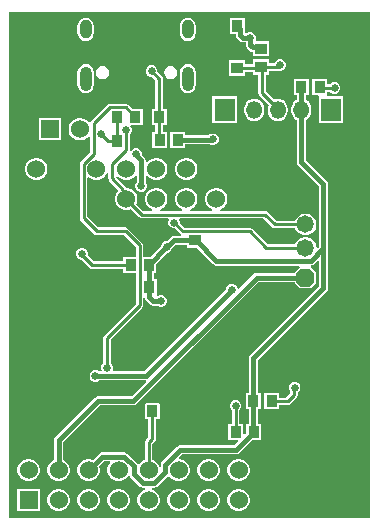
<source format=gbl>
G04*
G04 #@! TF.GenerationSoftware,Altium Limited,Altium Designer,23.5.1 (21)*
G04*
G04 Layer_Physical_Order=2*
G04 Layer_Color=16711680*
%FSLAX44Y44*%
%MOMM*%
G71*
G04*
G04 #@! TF.SameCoordinates,3DE8B106-AB94-4B2A-A5C1-010116C31EDB*
G04*
G04*
G04 #@! TF.FilePolarity,Positive*
G04*
G01*
G75*
%ADD10C,0.2540*%
%ADD12C,0.2032*%
%ADD21R,0.9800X0.9300*%
%ADD26R,0.9300X0.9800*%
%ADD54C,0.5080*%
%ADD55C,0.3810*%
%ADD56O,1.0000X1.6000*%
%ADD57O,1.0000X2.1000*%
%ADD58R,1.5240X1.5240*%
%ADD59C,1.5240*%
%ADD60C,2.6000*%
%ADD61C,1.4732*%
G04:AMPARAMS|DCode=62|XSize=1.4732mm|YSize=1.4732mm|CornerRadius=0mm|HoleSize=0mm|Usage=FLASHONLY|Rotation=90.000|XOffset=0mm|YOffset=0mm|HoleType=Round|Shape=Octagon|*
%AMOCTAGOND62*
4,1,8,0.3683,0.7366,-0.3683,0.7366,-0.7366,0.3683,-0.7366,-0.3683,-0.3683,-0.7366,0.3683,-0.7366,0.7366,-0.3683,0.7366,0.3683,0.3683,0.7366,0.0*
%
%ADD62OCTAGOND62*%

%ADD63R,1.7500X1.9000*%
%ADD64O,1.3208X1.5240*%
%ADD65C,0.6350*%
G36*
X1234948Y551316D02*
X1234050Y550418D01*
X929132D01*
Y978916D01*
X1234694D01*
X1234948Y551316D01*
D02*
G37*
%LPC*%
G36*
X1080302Y974275D02*
X1078533Y974042D01*
X1076884Y973359D01*
X1075468Y972272D01*
X1074381Y970856D01*
X1073699Y969207D01*
X1073465Y967438D01*
Y961438D01*
X1073699Y959669D01*
X1074381Y958020D01*
X1075468Y956604D01*
X1076884Y955517D01*
X1078533Y954835D01*
X1080302Y954602D01*
X1082071Y954835D01*
X1083720Y955517D01*
X1085136Y956604D01*
X1086223Y958020D01*
X1086906Y959669D01*
X1087139Y961438D01*
Y967438D01*
X1086906Y969207D01*
X1086223Y970856D01*
X1085136Y972272D01*
X1083720Y973359D01*
X1082071Y974042D01*
X1080302Y974275D01*
D02*
G37*
G36*
X993902D02*
X992133Y974042D01*
X990484Y973359D01*
X989068Y972272D01*
X987981Y970856D01*
X987299Y969207D01*
X987066Y967438D01*
Y961438D01*
X987299Y959669D01*
X987981Y958020D01*
X989068Y956604D01*
X990484Y955517D01*
X992133Y954835D01*
X993902Y954602D01*
X995671Y954835D01*
X997320Y955517D01*
X998736Y956604D01*
X999823Y958020D01*
X1000506Y959669D01*
X1000739Y961438D01*
Y967438D01*
X1000506Y969207D01*
X999823Y970856D01*
X998736Y972272D01*
X997320Y973359D01*
X995671Y974042D01*
X993902Y974275D01*
D02*
G37*
G36*
X1128854Y973910D02*
X1115998D01*
Y960554D01*
X1121263D01*
Y959304D01*
X1121549Y957867D01*
X1122363Y956649D01*
X1124595Y954417D01*
X1125813Y953603D01*
X1127250Y953317D01*
X1129339D01*
Y951484D01*
X1129625Y950047D01*
X1130439Y948829D01*
X1132799Y946469D01*
X1134017Y945655D01*
X1135454Y945369D01*
X1135470D01*
Y941590D01*
X1148826D01*
Y954446D01*
X1138510D01*
X1137805Y955502D01*
X1138047Y956087D01*
Y958057D01*
X1137293Y959878D01*
X1135900Y961271D01*
X1134079Y962025D01*
X1132109D01*
X1130288Y961271D01*
X1130124Y961107D01*
X1128854Y961502D01*
Y973910D01*
D02*
G37*
G36*
X1159643Y939255D02*
X1157673D01*
X1155852Y938501D01*
X1154459Y937108D01*
X1153887Y935726D01*
X1148826D01*
Y939046D01*
X1135470D01*
Y934874D01*
X1128596D01*
Y938194D01*
X1115240D01*
Y925338D01*
X1128596D01*
Y928658D01*
X1135470D01*
Y926190D01*
X1140146D01*
Y910844D01*
X1140383Y909655D01*
X1141057Y908646D01*
X1149013Y900690D01*
X1148550Y899570D01*
X1148262Y897382D01*
Y895350D01*
X1148550Y893162D01*
X1149394Y891123D01*
X1150738Y889372D01*
X1152489Y888028D01*
X1154528Y887184D01*
X1156716Y886896D01*
X1158904Y887184D01*
X1160943Y888028D01*
X1162694Y889372D01*
X1164038Y891123D01*
X1164882Y893162D01*
X1165170Y895350D01*
Y897382D01*
X1164882Y899570D01*
X1164038Y901609D01*
X1162694Y903360D01*
X1160943Y904704D01*
X1158904Y905548D01*
X1156716Y905836D01*
X1154528Y905548D01*
X1153408Y905085D01*
X1146362Y912131D01*
Y926190D01*
X1148826D01*
Y929510D01*
X1155943D01*
X1156849Y929690D01*
X1157673Y929349D01*
X1159643D01*
X1161464Y930103D01*
X1162857Y931496D01*
X1163611Y933317D01*
Y935287D01*
X1162857Y937108D01*
X1161464Y938501D01*
X1159643Y939255D01*
D02*
G37*
G36*
X1066002Y933574D02*
X1063845Y933145D01*
X1062017Y931924D01*
X1060795Y930095D01*
X1060366Y927938D01*
X1060795Y925781D01*
X1062017Y923952D01*
X1063845Y922731D01*
X1066002Y922302D01*
X1068159Y922731D01*
X1069987Y923952D01*
X1071209Y925781D01*
X1071638Y927938D01*
X1071209Y930095D01*
X1069987Y931924D01*
X1068159Y933145D01*
X1066002Y933574D01*
D02*
G37*
G36*
X1008202D02*
X1006045Y933145D01*
X1004217Y931924D01*
X1002995Y930095D01*
X1002566Y927938D01*
X1002995Y925781D01*
X1004217Y923952D01*
X1006045Y922731D01*
X1008202Y922302D01*
X1010359Y922731D01*
X1012188Y923952D01*
X1013409Y925781D01*
X1013838Y927938D01*
X1013409Y930095D01*
X1012188Y931924D01*
X1010359Y933145D01*
X1008202Y933574D01*
D02*
G37*
G36*
X1080302Y934975D02*
X1078533Y934742D01*
X1076884Y934059D01*
X1075468Y932972D01*
X1074381Y931556D01*
X1073699Y929907D01*
X1073465Y928138D01*
Y917138D01*
X1073699Y915369D01*
X1074381Y913720D01*
X1075468Y912304D01*
X1076884Y911217D01*
X1078533Y910535D01*
X1080302Y910302D01*
X1082071Y910535D01*
X1083720Y911217D01*
X1085136Y912304D01*
X1086223Y913720D01*
X1086906Y915369D01*
X1087139Y917138D01*
Y928138D01*
X1086906Y929907D01*
X1086223Y931556D01*
X1085136Y932972D01*
X1083720Y934059D01*
X1082071Y934742D01*
X1080302Y934975D01*
D02*
G37*
G36*
X993902D02*
X992133Y934742D01*
X990484Y934059D01*
X989068Y932972D01*
X987981Y931556D01*
X987299Y929907D01*
X987066Y928138D01*
Y917138D01*
X987299Y915369D01*
X987981Y913720D01*
X989068Y912304D01*
X990484Y911217D01*
X992133Y910535D01*
X993902Y910302D01*
X995671Y910535D01*
X997320Y911217D01*
X998736Y912304D01*
X999823Y913720D01*
X1000506Y915369D01*
X1000739Y917138D01*
Y928138D01*
X1000506Y929907D01*
X999823Y931556D01*
X998736Y932972D01*
X997320Y934059D01*
X995671Y934742D01*
X993902Y934975D01*
D02*
G37*
G36*
X1198450Y922094D02*
X1185594D01*
Y908738D01*
X1190763D01*
X1191188Y907644D01*
X1191188Y907468D01*
Y885088D01*
X1212244D01*
Y907644D01*
X1198875D01*
X1198450Y908738D01*
X1198450Y908914D01*
Y911800D01*
X1200825D01*
X1201916Y910709D01*
X1203737Y909955D01*
X1205707D01*
X1207528Y910709D01*
X1208921Y912102D01*
X1209675Y913923D01*
Y915893D01*
X1208921Y917714D01*
X1207528Y919107D01*
X1205707Y919861D01*
X1203737D01*
X1201916Y919107D01*
X1200825Y918016D01*
X1198450D01*
Y922094D01*
D02*
G37*
G36*
X1136716Y905836D02*
X1134528Y905548D01*
X1132489Y904704D01*
X1130738Y903360D01*
X1129394Y901609D01*
X1128550Y899570D01*
X1128262Y897382D01*
Y895350D01*
X1128550Y893162D01*
X1129394Y891123D01*
X1130738Y889372D01*
X1132489Y888028D01*
X1134528Y887184D01*
X1136716Y886896D01*
X1138904Y887184D01*
X1140943Y888028D01*
X1142694Y889372D01*
X1144038Y891123D01*
X1144882Y893162D01*
X1145170Y895350D01*
Y897382D01*
X1144882Y899570D01*
X1144038Y901609D01*
X1142694Y903360D01*
X1140943Y904704D01*
X1138904Y905548D01*
X1136716Y905836D01*
D02*
G37*
G36*
X1122244Y907644D02*
X1101188D01*
Y885088D01*
X1122244D01*
Y907644D01*
D02*
G37*
G36*
X973074Y889254D02*
X954278D01*
Y870458D01*
X973074D01*
Y889254D01*
D02*
G37*
G36*
X1078468Y877390D02*
X1065612D01*
Y864034D01*
X1078468D01*
Y867211D01*
X1098603D01*
X1098792Y867021D01*
X1100613Y866267D01*
X1102583D01*
X1104404Y867021D01*
X1105797Y868414D01*
X1106551Y870235D01*
Y872205D01*
X1105797Y874026D01*
X1104404Y875419D01*
X1102583Y876173D01*
X1100613D01*
X1098792Y875419D01*
X1098095Y874721D01*
X1078468D01*
Y877390D01*
D02*
G37*
G36*
X1050767Y933831D02*
X1048797D01*
X1046976Y933077D01*
X1045583Y931684D01*
X1044829Y929863D01*
Y927893D01*
X1045583Y926072D01*
X1046976Y924679D01*
X1048797Y923925D01*
X1050340D01*
X1053118Y921147D01*
Y897202D01*
X1049798D01*
Y883846D01*
X1053118D01*
Y877390D01*
X1050212D01*
Y864034D01*
X1063068D01*
Y877390D01*
X1059334D01*
Y883846D01*
X1062654D01*
Y897202D01*
X1059334D01*
Y922434D01*
X1059097Y923623D01*
X1058423Y924632D01*
X1054735Y928320D01*
Y929863D01*
X1053981Y931684D01*
X1052588Y933077D01*
X1050767Y933831D01*
D02*
G37*
G36*
X1080483Y855472D02*
X1078009D01*
X1075619Y854831D01*
X1073475Y853594D01*
X1071726Y851844D01*
X1070489Y849702D01*
X1069848Y847311D01*
Y844837D01*
X1070489Y842447D01*
X1071726Y840303D01*
X1073475Y838554D01*
X1075619Y837317D01*
X1078009Y836676D01*
X1080483D01*
X1082874Y837317D01*
X1085016Y838554D01*
X1086766Y840303D01*
X1088003Y842447D01*
X1088644Y844837D01*
Y847311D01*
X1088003Y849702D01*
X1086766Y851844D01*
X1085016Y853594D01*
X1082874Y854831D01*
X1080483Y855472D01*
D02*
G37*
G36*
X1183050Y922094D02*
X1170194D01*
Y908738D01*
X1172914D01*
Y904880D01*
X1172489Y904704D01*
X1170738Y903360D01*
X1169394Y901609D01*
X1168550Y899570D01*
X1168262Y897382D01*
Y895350D01*
X1168550Y893162D01*
X1169394Y891123D01*
X1170738Y889372D01*
X1172489Y888028D01*
X1172961Y887833D01*
Y852236D01*
X1173247Y850799D01*
X1174061Y849581D01*
X1191569Y832073D01*
Y780442D01*
X1190401Y779274D01*
X1189228Y779760D01*
Y780476D01*
X1188605Y782802D01*
X1187401Y784886D01*
X1185698Y786589D01*
X1183614Y787793D01*
X1181288Y788416D01*
X1178880D01*
X1176554Y787793D01*
X1174470Y786589D01*
X1172767Y784886D01*
X1171563Y782802D01*
X1171518Y782634D01*
X1148097D01*
X1135053Y795677D01*
X1134045Y796351D01*
X1132856Y796588D01*
X1077501D01*
X1073785Y800304D01*
Y801847D01*
X1073271Y803088D01*
X1074000Y804358D01*
X1144507D01*
X1151790Y797075D01*
X1152799Y796401D01*
X1153988Y796164D01*
X1171450D01*
X1171563Y795743D01*
X1172767Y793658D01*
X1174470Y791955D01*
X1176554Y790751D01*
X1178880Y790128D01*
X1181288D01*
X1183614Y790751D01*
X1185698Y791955D01*
X1187401Y793658D01*
X1188605Y795743D01*
X1189228Y798068D01*
Y800476D01*
X1188605Y802802D01*
X1187401Y804887D01*
X1185698Y806589D01*
X1183614Y807793D01*
X1181288Y808416D01*
X1178880D01*
X1176554Y807793D01*
X1174470Y806589D01*
X1172767Y804887D01*
X1171563Y802802D01*
X1171450Y802380D01*
X1155275D01*
X1147991Y809663D01*
X1146983Y810337D01*
X1145794Y810574D01*
X1108169D01*
X1108002Y811844D01*
X1108273Y811917D01*
X1110416Y813154D01*
X1112166Y814903D01*
X1113403Y817047D01*
X1114044Y819437D01*
Y821911D01*
X1113403Y824302D01*
X1112166Y826444D01*
X1110416Y828194D01*
X1108273Y829432D01*
X1105883Y830072D01*
X1103409D01*
X1101019Y829432D01*
X1098876Y828194D01*
X1097126Y826444D01*
X1095889Y824302D01*
X1095248Y821911D01*
Y819437D01*
X1095889Y817047D01*
X1097126Y814903D01*
X1098876Y813154D01*
X1101019Y811917D01*
X1101290Y811844D01*
X1101123Y810574D01*
X1082769D01*
X1082602Y811844D01*
X1082874Y811917D01*
X1085016Y813154D01*
X1086766Y814903D01*
X1088003Y817047D01*
X1088644Y819437D01*
Y821911D01*
X1088003Y824302D01*
X1086766Y826444D01*
X1085016Y828194D01*
X1082874Y829432D01*
X1080483Y830072D01*
X1078009D01*
X1075619Y829432D01*
X1073475Y828194D01*
X1071726Y826444D01*
X1070489Y824302D01*
X1069848Y821911D01*
Y819437D01*
X1070489Y817047D01*
X1071726Y814903D01*
X1073475Y813154D01*
X1075619Y811917D01*
X1075890Y811844D01*
X1075723Y810574D01*
X1057369D01*
X1057202Y811844D01*
X1057474Y811917D01*
X1059616Y813154D01*
X1061366Y814903D01*
X1062604Y817047D01*
X1063244Y819437D01*
Y821911D01*
X1062604Y824302D01*
X1061366Y826444D01*
X1059616Y828194D01*
X1057474Y829432D01*
X1055083Y830072D01*
X1052609D01*
X1050219Y829432D01*
X1048075Y828194D01*
X1046326Y826444D01*
X1045089Y824302D01*
X1044448Y821911D01*
Y819437D01*
X1045089Y817047D01*
X1046326Y814903D01*
X1048075Y813154D01*
X1050219Y811917D01*
X1050490Y811844D01*
X1050323Y810574D01*
X1042941D01*
X1036935Y816581D01*
X1037204Y817047D01*
X1037844Y819437D01*
Y821911D01*
X1037204Y824302D01*
X1035966Y826444D01*
X1034217Y828194D01*
X1032074Y829432D01*
X1029683Y830072D01*
X1028760D01*
X1028214Y830890D01*
X1019822Y839281D01*
X1019900Y839612D01*
X1020031Y839700D01*
X1021283Y839946D01*
X1022675Y838554D01*
X1024818Y837317D01*
X1027209Y836676D01*
X1029683D01*
X1032074Y837317D01*
X1034217Y838554D01*
X1035966Y840303D01*
X1036121Y840571D01*
X1037391Y840231D01*
Y835099D01*
X1036947Y834656D01*
X1036193Y832835D01*
Y830865D01*
X1036947Y829044D01*
X1038340Y827651D01*
X1040161Y826897D01*
X1042131D01*
X1043952Y827651D01*
X1045345Y829044D01*
X1046099Y830865D01*
Y832835D01*
X1045345Y834656D01*
X1044901Y835099D01*
Y840231D01*
X1046171Y840571D01*
X1046326Y840303D01*
X1048075Y838554D01*
X1050219Y837317D01*
X1052609Y836676D01*
X1055083D01*
X1057474Y837317D01*
X1059616Y838554D01*
X1061366Y840303D01*
X1062604Y842447D01*
X1063244Y844837D01*
Y847311D01*
X1062604Y849702D01*
X1061366Y851844D01*
X1059616Y853594D01*
X1057474Y854831D01*
X1055083Y855472D01*
X1052609D01*
X1050219Y854831D01*
X1048075Y853594D01*
X1046326Y851844D01*
X1046171Y851577D01*
X1044901Y851917D01*
Y853515D01*
X1044615Y854952D01*
X1043801Y856170D01*
X1041527Y858444D01*
Y859759D01*
X1040773Y861580D01*
X1039380Y862973D01*
X1037559Y863727D01*
X1035589D01*
X1033768Y862973D01*
X1032375Y861580D01*
X1032339Y861494D01*
X1032255Y861391D01*
X1031071Y861750D01*
X1031132Y862055D01*
X1031218Y862488D01*
Y875623D01*
X1032137Y876542D01*
X1032891Y878363D01*
Y880333D01*
X1032137Y882154D01*
X1031715Y882576D01*
X1032241Y883846D01*
X1042146D01*
Y897202D01*
X1033685D01*
X1030218Y900669D01*
X1029209Y901343D01*
X1028020Y901580D01*
X1014406D01*
X1013216Y901343D01*
X1012208Y900669D01*
X998689Y887151D01*
X998016Y886143D01*
X997952Y885819D01*
X996613Y885598D01*
X996596Y885627D01*
X994846Y887376D01*
X992703Y888614D01*
X990313Y889254D01*
X987839D01*
X985449Y888614D01*
X983306Y887376D01*
X981556Y885627D01*
X980319Y883484D01*
X979678Y881093D01*
Y878619D01*
X980319Y876228D01*
X981556Y874085D01*
X983306Y872336D01*
X985449Y871098D01*
X987839Y870458D01*
X990313D01*
X992703Y871098D01*
X994846Y872336D01*
X996509Y873998D01*
X997154Y873936D01*
X997779Y873768D01*
Y860289D01*
X990181Y852690D01*
X989507Y851682D01*
X989270Y850493D01*
Y804418D01*
X989507Y803229D01*
X990181Y802221D01*
X1000993Y791408D01*
X1002001Y790735D01*
X1003190Y790498D01*
X1026541D01*
X1036592Y780447D01*
Y771472D01*
X1025574D01*
Y767902D01*
X1000777D01*
X995635Y773044D01*
X995807Y773461D01*
Y775431D01*
X995053Y777252D01*
X993660Y778645D01*
X991839Y779399D01*
X989869D01*
X988048Y778645D01*
X986655Y777252D01*
X985901Y775431D01*
Y773461D01*
X986655Y771640D01*
X988048Y770247D01*
X989869Y769493D01*
X990396D01*
X997292Y762597D01*
X998301Y761923D01*
X999490Y761686D01*
X1025574D01*
Y758116D01*
X1036592D01*
Y732263D01*
X1009993Y705663D01*
X1009319Y704655D01*
X1009082Y703466D01*
Y681823D01*
X1007991Y680732D01*
X1007237Y678911D01*
Y676941D01*
X1007588Y676093D01*
X1006740Y674823D01*
X1005533D01*
X1005090Y675267D01*
X1003269Y676021D01*
X1001299D01*
X999478Y675267D01*
X998085Y673874D01*
X997331Y672053D01*
Y670083D01*
X998085Y668262D01*
X999478Y666869D01*
X1001299Y666115D01*
X1003269D01*
X1005090Y666869D01*
X1005533Y667313D01*
X1044689D01*
X1044717Y667285D01*
X1045311Y666139D01*
X1032860Y653688D01*
X1004263D01*
X1002826Y653402D01*
X1001608Y652588D01*
X968387Y619367D01*
X967573Y618149D01*
X967287Y616712D01*
Y599996D01*
X965272Y598832D01*
X963522Y597082D01*
X962284Y594939D01*
X961644Y592549D01*
Y590075D01*
X962284Y587685D01*
X963522Y585541D01*
X965272Y583792D01*
X967414Y582555D01*
X969805Y581914D01*
X972279D01*
X974669Y582555D01*
X976813Y583792D01*
X978562Y585541D01*
X979799Y587685D01*
X980440Y590075D01*
Y592549D01*
X979799Y594939D01*
X978562Y597082D01*
X976813Y598832D01*
X974797Y599996D01*
Y615157D01*
X1005818Y646178D01*
X1034416D01*
X1035853Y646464D01*
X1037071Y647278D01*
X1140310Y750517D01*
X1170940D01*
Y749700D01*
X1175512Y745128D01*
X1184656D01*
X1189228Y749700D01*
Y758844D01*
X1184835Y763237D01*
X1185013Y764538D01*
X1186098Y764754D01*
X1187316Y765568D01*
X1190396Y768647D01*
X1191569Y768161D01*
Y746906D01*
X1133327Y688664D01*
X1132513Y687446D01*
X1132227Y686009D01*
Y656156D01*
X1129554D01*
Y642800D01*
X1132227D01*
Y630502D01*
X1129968D01*
Y622457D01*
X1128597Y621086D01*
X1127424Y621572D01*
Y630502D01*
X1124010D01*
Y641517D01*
X1125101Y642608D01*
X1125855Y644429D01*
Y646399D01*
X1125101Y648220D01*
X1123708Y649613D01*
X1121887Y650367D01*
X1119917D01*
X1118096Y649613D01*
X1116703Y648220D01*
X1115949Y646399D01*
Y644429D01*
X1116703Y642608D01*
X1117794Y641517D01*
Y630502D01*
X1114568D01*
Y617146D01*
X1122998D01*
X1123484Y615973D01*
X1119678Y612167D01*
X1073757D01*
X1072319Y611881D01*
X1071101Y611067D01*
X1058684Y598649D01*
X1057870Y597431D01*
X1057584Y595994D01*
Y593934D01*
X1056314Y593767D01*
X1056000Y594939D01*
X1054762Y597082D01*
X1053012Y598832D01*
X1050870Y600070D01*
X1050350Y600209D01*
Y613647D01*
X1052487Y615784D01*
X1053161Y616793D01*
X1053398Y617982D01*
Y634672D01*
X1056718D01*
Y648028D01*
X1043862D01*
Y634672D01*
X1047182D01*
Y619269D01*
X1045044Y617132D01*
X1044371Y616123D01*
X1044134Y614934D01*
Y600209D01*
X1043615Y600070D01*
X1041471Y598832D01*
X1039722Y597082D01*
X1039258Y596279D01*
X1038835Y596196D01*
X1037817Y596324D01*
X1037197Y597252D01*
X1029179Y605270D01*
X1027961Y606084D01*
X1026524Y606370D01*
X1007745D01*
X1006308Y606084D01*
X1005090Y605270D01*
X999927Y600108D01*
X997679Y600710D01*
X995205D01*
X992814Y600070D01*
X990671Y598832D01*
X988922Y597082D01*
X987684Y594939D01*
X987044Y592549D01*
Y590075D01*
X987684Y587685D01*
X988922Y585541D01*
X990671Y583792D01*
X992814Y582555D01*
X995205Y581914D01*
X997679D01*
X1000070Y582555D01*
X1002213Y583792D01*
X1003962Y585541D01*
X1005200Y587685D01*
X1005840Y590075D01*
Y592549D01*
X1005238Y594797D01*
X1009300Y598860D01*
X1014303D01*
X1014829Y597590D01*
X1014322Y597082D01*
X1013084Y594939D01*
X1012444Y592549D01*
Y590075D01*
X1013084Y587685D01*
X1014322Y585541D01*
X1016071Y583792D01*
X1018214Y582555D01*
X1020605Y581914D01*
X1023079D01*
X1025470Y582555D01*
X1027613Y583792D01*
X1029362Y585541D01*
X1029827Y586345D01*
X1030249Y586428D01*
X1031267Y586300D01*
X1031887Y585372D01*
X1039905Y577354D01*
X1041123Y576540D01*
X1042560Y576254D01*
X1044620D01*
X1044788Y574984D01*
X1043615Y574669D01*
X1041471Y573432D01*
X1039722Y571683D01*
X1038484Y569539D01*
X1037844Y567149D01*
Y564675D01*
X1038484Y562285D01*
X1039722Y560141D01*
X1041471Y558392D01*
X1043615Y557155D01*
X1046005Y556514D01*
X1048479D01*
X1050870Y557155D01*
X1053012Y558392D01*
X1054762Y560141D01*
X1056000Y562285D01*
X1056640Y564675D01*
Y567149D01*
X1056000Y569539D01*
X1054762Y571683D01*
X1053012Y573432D01*
X1050870Y574669D01*
X1049697Y574984D01*
X1049864Y576254D01*
X1051924D01*
X1053361Y576540D01*
X1054579Y577354D01*
X1063330Y586105D01*
X1064909Y585910D01*
X1065122Y585541D01*
X1066871Y583792D01*
X1069015Y582555D01*
X1071405Y581914D01*
X1073879D01*
X1076270Y582555D01*
X1078412Y583792D01*
X1080162Y585541D01*
X1081400Y587685D01*
X1082040Y590075D01*
Y592549D01*
X1081400Y594939D01*
X1080162Y597082D01*
X1078412Y598832D01*
X1076270Y600070D01*
X1073879Y600710D01*
X1073162D01*
X1072636Y601980D01*
X1075312Y604656D01*
X1121233D01*
X1122671Y604942D01*
X1123889Y605756D01*
X1135279Y617146D01*
X1142824D01*
Y630502D01*
X1139737D01*
Y642800D01*
X1142410D01*
Y656156D01*
X1139737D01*
Y684453D01*
X1197979Y742695D01*
X1198793Y743914D01*
X1199079Y745351D01*
Y778886D01*
Y833628D01*
X1198793Y835065D01*
X1197979Y836283D01*
X1180471Y853791D01*
Y887833D01*
X1180943Y888028D01*
X1182694Y889372D01*
X1184038Y891123D01*
X1184882Y893162D01*
X1185170Y895350D01*
Y897382D01*
X1184882Y899570D01*
X1184038Y901609D01*
X1182694Y903360D01*
X1180943Y904704D01*
X1180424Y904919D01*
Y908738D01*
X1183050D01*
Y922094D01*
D02*
G37*
G36*
X953483Y855472D02*
X951009D01*
X948618Y854831D01*
X946476Y853594D01*
X944726Y851844D01*
X943488Y849702D01*
X942848Y847311D01*
Y844837D01*
X943488Y842447D01*
X944726Y840303D01*
X946476Y838554D01*
X948618Y837317D01*
X951009Y836676D01*
X953483D01*
X955873Y837317D01*
X958017Y838554D01*
X959766Y840303D01*
X961003Y842447D01*
X961644Y844837D01*
Y847311D01*
X961003Y849702D01*
X959766Y851844D01*
X958017Y853594D01*
X955873Y854831D01*
X953483Y855472D01*
D02*
G37*
G36*
X1171925Y666115D02*
X1169955D01*
X1168134Y665361D01*
X1166741Y663968D01*
X1165987Y662147D01*
Y660177D01*
X1166741Y658356D01*
X1167346Y657751D01*
Y656121D01*
X1163811Y652586D01*
X1157810D01*
Y656156D01*
X1144954D01*
Y642800D01*
X1157810D01*
Y646370D01*
X1165098D01*
X1166287Y646607D01*
X1167296Y647281D01*
X1172652Y652636D01*
X1173325Y653645D01*
X1173562Y654834D01*
Y656887D01*
X1173746Y656963D01*
X1175139Y658356D01*
X1175893Y660177D01*
Y662147D01*
X1175139Y663968D01*
X1173746Y665361D01*
X1171925Y666115D01*
D02*
G37*
G36*
X1124679Y600710D02*
X1122205D01*
X1119815Y600070D01*
X1117672Y598832D01*
X1115922Y597082D01*
X1114685Y594939D01*
X1114044Y592549D01*
Y590075D01*
X1114685Y587685D01*
X1115922Y585541D01*
X1117672Y583792D01*
X1119815Y582555D01*
X1122205Y581914D01*
X1124679D01*
X1127069Y582555D01*
X1129212Y583792D01*
X1130962Y585541D01*
X1132199Y587685D01*
X1132840Y590075D01*
Y592549D01*
X1132199Y594939D01*
X1130962Y597082D01*
X1129212Y598832D01*
X1127069Y600070D01*
X1124679Y600710D01*
D02*
G37*
G36*
X1099279D02*
X1096805D01*
X1094415Y600070D01*
X1092271Y598832D01*
X1090522Y597082D01*
X1089285Y594939D01*
X1088644Y592549D01*
Y590075D01*
X1089285Y587685D01*
X1090522Y585541D01*
X1092271Y583792D01*
X1094415Y582555D01*
X1096805Y581914D01*
X1099279D01*
X1101669Y582555D01*
X1103812Y583792D01*
X1105562Y585541D01*
X1106799Y587685D01*
X1107440Y590075D01*
Y592549D01*
X1106799Y594939D01*
X1105562Y597082D01*
X1103812Y598832D01*
X1101669Y600070D01*
X1099279Y600710D01*
D02*
G37*
G36*
X946879D02*
X944405D01*
X942014Y600070D01*
X939872Y598832D01*
X938122Y597082D01*
X936885Y594939D01*
X936244Y592549D01*
Y590075D01*
X936885Y587685D01*
X938122Y585541D01*
X939872Y583792D01*
X942014Y582555D01*
X944405Y581914D01*
X946879D01*
X949269Y582555D01*
X951413Y583792D01*
X953162Y585541D01*
X954399Y587685D01*
X955040Y590075D01*
Y592549D01*
X954399Y594939D01*
X953162Y597082D01*
X951413Y598832D01*
X949269Y600070D01*
X946879Y600710D01*
D02*
G37*
G36*
X1124679Y575310D02*
X1122205D01*
X1119815Y574669D01*
X1117672Y573432D01*
X1115922Y571683D01*
X1114685Y569539D01*
X1114044Y567149D01*
Y564675D01*
X1114685Y562285D01*
X1115922Y560141D01*
X1117672Y558392D01*
X1119815Y557155D01*
X1122205Y556514D01*
X1124679D01*
X1127069Y557155D01*
X1129212Y558392D01*
X1130962Y560141D01*
X1132199Y562285D01*
X1132840Y564675D01*
Y567149D01*
X1132199Y569539D01*
X1130962Y571683D01*
X1129212Y573432D01*
X1127069Y574669D01*
X1124679Y575310D01*
D02*
G37*
G36*
X1099279D02*
X1096805D01*
X1094415Y574669D01*
X1092271Y573432D01*
X1090522Y571683D01*
X1089285Y569539D01*
X1088644Y567149D01*
Y564675D01*
X1089285Y562285D01*
X1090522Y560141D01*
X1092271Y558392D01*
X1094415Y557155D01*
X1096805Y556514D01*
X1099279D01*
X1101669Y557155D01*
X1103812Y558392D01*
X1105562Y560141D01*
X1106799Y562285D01*
X1107440Y564675D01*
Y567149D01*
X1106799Y569539D01*
X1105562Y571683D01*
X1103812Y573432D01*
X1101669Y574669D01*
X1099279Y575310D01*
D02*
G37*
G36*
X1073879D02*
X1071405D01*
X1069015Y574669D01*
X1066871Y573432D01*
X1065122Y571683D01*
X1063885Y569539D01*
X1063244Y567149D01*
Y564675D01*
X1063885Y562285D01*
X1065122Y560141D01*
X1066871Y558392D01*
X1069015Y557155D01*
X1071405Y556514D01*
X1073879D01*
X1076270Y557155D01*
X1078412Y558392D01*
X1080162Y560141D01*
X1081400Y562285D01*
X1082040Y564675D01*
Y567149D01*
X1081400Y569539D01*
X1080162Y571683D01*
X1078412Y573432D01*
X1076270Y574669D01*
X1073879Y575310D01*
D02*
G37*
G36*
X1023079D02*
X1020605D01*
X1018214Y574669D01*
X1016071Y573432D01*
X1014322Y571683D01*
X1013084Y569539D01*
X1012444Y567149D01*
Y564675D01*
X1013084Y562285D01*
X1014322Y560141D01*
X1016071Y558392D01*
X1018214Y557155D01*
X1020605Y556514D01*
X1023079D01*
X1025470Y557155D01*
X1027613Y558392D01*
X1029362Y560141D01*
X1030600Y562285D01*
X1031240Y564675D01*
Y567149D01*
X1030600Y569539D01*
X1029362Y571683D01*
X1027613Y573432D01*
X1025470Y574669D01*
X1023079Y575310D01*
D02*
G37*
G36*
X997679D02*
X995205D01*
X992814Y574669D01*
X990671Y573432D01*
X988922Y571683D01*
X987684Y569539D01*
X987044Y567149D01*
Y564675D01*
X987684Y562285D01*
X988922Y560141D01*
X990671Y558392D01*
X992814Y557155D01*
X995205Y556514D01*
X997679D01*
X1000070Y557155D01*
X1002213Y558392D01*
X1003962Y560141D01*
X1005200Y562285D01*
X1005840Y564675D01*
Y567149D01*
X1005200Y569539D01*
X1003962Y571683D01*
X1002213Y573432D01*
X1000070Y574669D01*
X997679Y575310D01*
D02*
G37*
G36*
X972279D02*
X969805D01*
X967414Y574669D01*
X965272Y573432D01*
X963522Y571683D01*
X962284Y569539D01*
X961644Y567149D01*
Y564675D01*
X962284Y562285D01*
X963522Y560141D01*
X965272Y558392D01*
X967414Y557155D01*
X969805Y556514D01*
X972279D01*
X974669Y557155D01*
X976813Y558392D01*
X978562Y560141D01*
X979799Y562285D01*
X980440Y564675D01*
Y567149D01*
X979799Y569539D01*
X978562Y571683D01*
X976813Y573432D01*
X974669Y574669D01*
X972279Y575310D01*
D02*
G37*
G36*
X955040D02*
X936244D01*
Y556514D01*
X955040D01*
Y575310D01*
D02*
G37*
%LPD*%
G36*
X1013146Y842551D02*
Y838454D01*
X1013383Y837265D01*
X1014056Y836256D01*
X1022397Y827916D01*
X1020926Y826444D01*
X1019688Y824302D01*
X1019048Y821911D01*
Y819437D01*
X1019688Y817047D01*
X1020926Y814903D01*
X1022675Y813154D01*
X1024818Y811917D01*
X1027209Y811276D01*
X1029683D01*
X1032074Y811917D01*
X1032540Y812186D01*
X1039456Y805268D01*
X1040465Y804595D01*
X1041654Y804358D01*
X1063664D01*
X1064393Y803088D01*
X1063879Y801847D01*
Y799877D01*
X1064633Y798056D01*
X1066026Y796663D01*
X1067847Y795909D01*
X1069390D01*
X1074016Y791283D01*
X1074728Y790807D01*
X1074398Y789537D01*
X1068917D01*
X1067480Y789251D01*
X1066262Y788437D01*
X1062812Y784987D01*
X1061497D01*
X1059676Y784233D01*
X1058283Y782840D01*
X1057529Y781019D01*
Y780482D01*
X1048519Y771472D01*
X1042808D01*
Y781734D01*
X1042571Y782923D01*
X1041898Y783932D01*
X1030026Y795803D01*
X1029017Y796477D01*
X1027828Y796713D01*
X1004477D01*
X995486Y805705D01*
Y838547D01*
X996756Y839073D01*
X997275Y838554D01*
X999418Y837317D01*
X1001809Y836676D01*
X1004283D01*
X1006674Y837317D01*
X1008817Y838554D01*
X1010566Y840303D01*
X1011804Y842447D01*
X1011876Y842718D01*
X1013146Y842551D01*
D02*
G37*
G36*
X1080188Y779354D02*
X1088233D01*
X1102020Y765568D01*
X1103238Y764754D01*
X1104675Y764468D01*
X1174985D01*
X1175294Y763198D01*
X1170940Y758844D01*
Y758027D01*
X1138755D01*
X1137318Y757741D01*
X1136099Y756927D01*
X1123726Y744554D01*
X1122487Y745111D01*
X1121799Y746772D01*
X1120406Y748165D01*
X1118585Y748919D01*
X1116615D01*
X1114794Y748165D01*
X1113401Y746772D01*
X1112647Y744951D01*
Y744324D01*
X1043147Y674823D01*
X1017641D01*
X1016792Y676093D01*
X1017143Y676941D01*
Y678911D01*
X1016389Y680732D01*
X1015298Y681823D01*
Y702179D01*
X1041898Y728778D01*
X1042571Y729787D01*
X1042808Y730976D01*
Y737079D01*
X1044078Y737204D01*
X1044282Y736178D01*
X1045096Y734959D01*
X1048479Y731576D01*
X1049697Y730762D01*
X1051134Y730477D01*
X1054489D01*
X1054933Y730033D01*
X1056753Y729279D01*
X1058724D01*
X1060544Y730033D01*
X1061937Y731426D01*
X1062691Y733247D01*
Y735217D01*
X1061937Y737037D01*
X1060544Y738431D01*
X1058724Y739185D01*
X1056753D01*
X1055110Y738504D01*
X1054318Y739211D01*
X1054178Y739388D01*
Y752676D01*
X1051585D01*
Y758116D01*
X1053830D01*
Y766161D01*
X1062750Y775081D01*
X1063467D01*
X1065288Y775835D01*
X1066681Y777228D01*
X1067393Y778947D01*
X1070473Y782027D01*
X1080188D01*
Y779354D01*
D02*
G37*
D10*
X1120902Y623918D02*
X1120996Y623824D01*
X1120902Y623918D02*
Y645414D01*
X1016254Y838454D02*
Y850632D01*
X1026016Y823104D02*
Y828692D01*
Y823104D02*
X1028446Y820674D01*
X1016254Y838454D02*
X1026016Y828692D01*
X1028446Y820674D02*
X1041654Y807466D01*
X1016254Y850632D02*
X1028110Y862488D01*
Y879176D01*
X1027938Y879348D02*
X1028110Y879176D01*
X1035303Y890109D02*
Y891189D01*
X992378Y850493D02*
X1000887Y859002D01*
Y884954D01*
X1014406Y898472D01*
X1028020D02*
X1035303Y891189D01*
X1014406Y898472D02*
X1028020D01*
X1035303Y890109D02*
X1035718Y890524D01*
X1007110Y875538D02*
X1012698Y869950D01*
X1020412D01*
X1143254Y932618D02*
X1155943D01*
X1012190Y677926D02*
Y703466D01*
X1179830Y779526D02*
X1180084Y779272D01*
X1132856Y793480D02*
X1146810Y779526D01*
X1076214Y793480D02*
X1132856D01*
X1146810Y779526D02*
X1179830D01*
X1165098Y649478D02*
X1170454Y654834D01*
Y660676D01*
X1041654Y807466D02*
X1145794D01*
X1153988Y799272D02*
X1180084D01*
X1145794Y807466D02*
X1153988Y799272D01*
X1068832Y800862D02*
X1076214Y793480D01*
X1012190Y703466D02*
X1039700Y730976D01*
X1047242Y591312D02*
Y614934D01*
X1050290Y617982D01*
Y641350D01*
X1039700Y730976D02*
Y781734D01*
X1003190Y793606D02*
X1027828D01*
X1039700Y781734D01*
X992378Y804418D02*
Y850493D01*
Y804418D02*
X1003190Y793606D01*
X999490Y764794D02*
X1032002D01*
X1151382Y649478D02*
X1165098D01*
X990854Y773430D02*
Y774446D01*
Y773430D02*
X999490Y764794D01*
X1192022Y915416D02*
X1192530Y914908D01*
X1204722D01*
X1155943Y932618D02*
X1157627Y934302D01*
X1158658D01*
X1142148Y932618D02*
X1143254D01*
Y910844D02*
Y931512D01*
Y910844D02*
X1156716Y897382D01*
Y896366D02*
Y897382D01*
X1121918Y931766D02*
X1143000D01*
X1143254Y931512D01*
X1049782Y928878D02*
X1056226Y922434D01*
Y871126D02*
Y890524D01*
Y922434D01*
X1020318Y870872D02*
Y890524D01*
X1020158Y870712D02*
X1020318Y870872D01*
X1056226Y871126D02*
X1056640Y870712D01*
D12*
X1062990Y746158D02*
X1063150Y745998D01*
X1062990Y746158D02*
Y758952D01*
D21*
X1086866Y770382D02*
D03*
X1121918Y947166D02*
D03*
X1142148Y948018D02*
D03*
Y932618D02*
D03*
X1121918Y931766D02*
D03*
X1086866Y785782D02*
D03*
D26*
X1120996Y623824D02*
D03*
X1136396D02*
D03*
X1072040Y870712D02*
D03*
X1056640D02*
D03*
X1137826Y967232D02*
D03*
X1122426D02*
D03*
X1071626Y890524D02*
D03*
X1056226D02*
D03*
X1065690Y641350D02*
D03*
X1063150Y745998D02*
D03*
X1035812Y869950D02*
D03*
X1020412D02*
D03*
X1151382Y649478D02*
D03*
X1135982D02*
D03*
X1176622Y915416D02*
D03*
X1192022D02*
D03*
X1032002Y764794D02*
D03*
X1047402D02*
D03*
X1020318Y890524D02*
D03*
X1035718D02*
D03*
X1050290Y641350D02*
D03*
X1047750Y745998D02*
D03*
D54*
X1063150D02*
X1065231Y743917D01*
Y717087D02*
Y743917D01*
X1059180Y711036D02*
X1065231Y717087D01*
X1059180Y710692D02*
Y711036D01*
X1043851Y650568D02*
X1056729D01*
X1059988Y647302D02*
Y647309D01*
Y647302D02*
X1065690Y641600D01*
X1008888Y638048D02*
X1031331D01*
X1065690Y641350D02*
Y641600D01*
X1031331Y638048D02*
X1043851Y650568D01*
X1056729D02*
X1059988Y647309D01*
D55*
X1138755Y754272D02*
X1180084D01*
X1004263Y649933D02*
X1034416D01*
X1138755Y754272D01*
X1036574Y858087D02*
Y858774D01*
X1041146Y831850D02*
Y853515D01*
X1036574Y858087D02*
X1041146Y853515D01*
X1134571Y625649D02*
X1135982Y627060D01*
X1047830Y745998D02*
Y764366D01*
X1135454Y949124D02*
X1141042D01*
X1133094Y951484D02*
Y957072D01*
X1141042Y949124D02*
X1143254Y946912D01*
X1133094Y951484D02*
X1135454Y949124D01*
X1127250Y957072D02*
X1133094D01*
X1122426Y967232D02*
X1125018Y964640D01*
Y959304D02*
Y964640D01*
Y959304D02*
X1127250Y957072D01*
X1002284Y671068D02*
X1044702D01*
X1117600Y743966D01*
X1072040Y870712D02*
X1072294Y870966D01*
X1101344D01*
X1101598Y871220D01*
X1068917Y785782D02*
X1086866D01*
X1087116D01*
X1104675Y768223D01*
X1047750Y745748D02*
Y745998D01*
X1104675Y768223D02*
X1184661D01*
X1135982Y627060D02*
Y649478D01*
X1170454Y660676D02*
X1170940Y661162D01*
X1135982Y649478D02*
Y686009D01*
X1195324Y745351D01*
Y778886D01*
X1176716Y852236D02*
X1195324Y833628D01*
X1176716Y852236D02*
Y896366D01*
X1195324Y778886D02*
Y833628D01*
X971042Y591312D02*
Y616712D01*
X1004263Y649933D01*
X1042560Y580009D02*
X1051924D01*
X1007745Y602615D02*
X1026524D01*
X996442Y591312D02*
X1007745Y602615D01*
X1061339Y595994D02*
X1073757Y608411D01*
X1026524Y602615D02*
X1034542Y594597D01*
X1051924Y580009D02*
X1061339Y589424D01*
Y595994D01*
X1034542Y588027D02*
X1042560Y580009D01*
X1073757Y608411D02*
X1121233D01*
X1034542Y588027D02*
Y594597D01*
X1051134Y734232D02*
X1057738D01*
X1047751Y737615D02*
Y745997D01*
X1047750Y745998D02*
X1047751Y745997D01*
Y737615D02*
X1051134Y734232D01*
X1121233Y608411D02*
X1136396Y623574D01*
Y623824D01*
X1047402Y764794D02*
X1047830Y764366D01*
X1047402Y764794D02*
Y765044D01*
X1062392Y780034D01*
X1062482D01*
X1184661Y768223D02*
X1195324Y778886D01*
X1176622Y915416D02*
X1176669Y915369D01*
Y896413D02*
Y915369D01*
Y896413D02*
X1176716Y896366D01*
X1063169Y780034D02*
X1068917Y785782D01*
X1062482Y780034D02*
X1063169D01*
D56*
X993902Y964438D02*
D03*
X1080302D02*
D03*
D57*
Y922638D02*
D03*
X993902D02*
D03*
D58*
X952246Y820674D02*
D03*
X945642Y565912D02*
D03*
X963676Y879856D02*
D03*
D59*
X977646Y820674D02*
D03*
Y846074D02*
D03*
X1003046Y820674D02*
D03*
X1130046Y846074D02*
D03*
Y820674D02*
D03*
X1104646Y846074D02*
D03*
X1148842Y565912D02*
D03*
Y591312D02*
D03*
X945642D02*
D03*
X971042Y565912D02*
D03*
Y591312D02*
D03*
X996442Y565912D02*
D03*
Y591312D02*
D03*
X1021842Y565912D02*
D03*
Y591312D02*
D03*
X1047242Y565912D02*
D03*
Y591312D02*
D03*
X1072642Y565912D02*
D03*
Y591312D02*
D03*
X1098042Y565912D02*
D03*
Y591312D02*
D03*
X1123442Y565912D02*
D03*
Y591312D02*
D03*
X989076Y879856D02*
D03*
X1079246Y820674D02*
D03*
Y846074D02*
D03*
X1104646Y820674D02*
D03*
X1053846Y846074D02*
D03*
Y820674D02*
D03*
X1028446Y846074D02*
D03*
Y820674D02*
D03*
X1003046Y846074D02*
D03*
X952246D02*
D03*
D60*
X1207084Y854272D02*
D03*
Y724272D02*
D03*
D61*
X1180084Y824272D02*
D03*
Y779272D02*
D03*
Y799272D02*
D03*
D62*
Y754272D02*
D03*
D63*
X1111716Y896366D02*
D03*
X1201716D02*
D03*
D64*
X1136716D02*
D03*
X1176716D02*
D03*
X1156716D02*
D03*
D65*
X1017270Y745236D02*
D03*
X1059180Y710692D02*
D03*
X1008888Y638048D02*
D03*
X1062990Y758952D02*
D03*
X1120902Y645414D02*
D03*
X1204722Y914908D02*
D03*
X1036574Y858774D02*
D03*
X1041146Y831850D02*
D03*
X1027938Y879348D02*
D03*
X1007110Y875538D02*
D03*
X1133094Y957072D02*
D03*
X1117600Y743966D02*
D03*
X1101598Y871220D02*
D03*
X1012190Y677926D02*
D03*
X1170940Y661162D02*
D03*
X1002284Y671068D02*
D03*
X1057738Y734232D02*
D03*
X990854Y774446D02*
D03*
X1158658Y934302D02*
D03*
X1062482Y780034D02*
D03*
X1049782Y928878D02*
D03*
X1068832Y800862D02*
D03*
M02*

</source>
